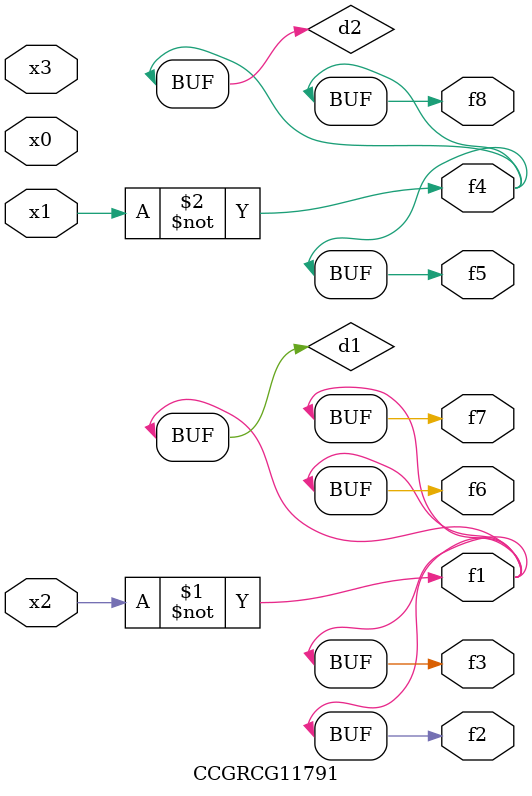
<source format=v>
module CCGRCG11791(
	input x0, x1, x2, x3,
	output f1, f2, f3, f4, f5, f6, f7, f8
);

	wire d1, d2;

	xnor (d1, x2);
	not (d2, x1);
	assign f1 = d1;
	assign f2 = d1;
	assign f3 = d1;
	assign f4 = d2;
	assign f5 = d2;
	assign f6 = d1;
	assign f7 = d1;
	assign f8 = d2;
endmodule

</source>
